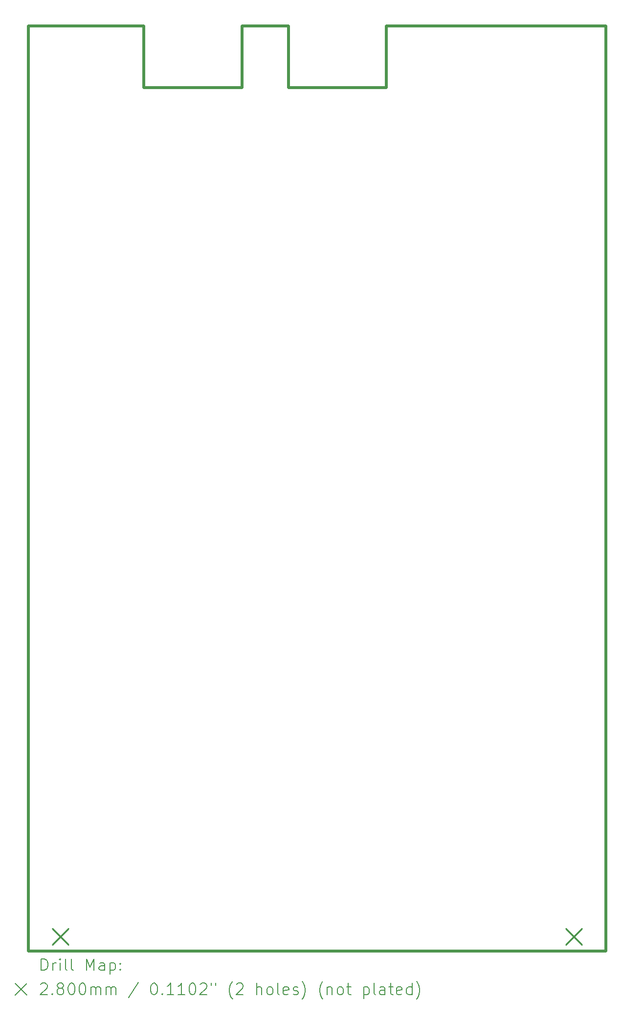
<source format=gbr>
%TF.GenerationSoftware,KiCad,Pcbnew,7.0.2-6a45011f42~172~ubuntu20.04.1*%
%TF.CreationDate,2023-06-12T16:19:41+02:00*%
%TF.ProjectId,Power,506f7765-722e-46b6-9963-61645f706362,rev?*%
%TF.SameCoordinates,Original*%
%TF.FileFunction,Drillmap*%
%TF.FilePolarity,Positive*%
%FSLAX45Y45*%
G04 Gerber Fmt 4.5, Leading zero omitted, Abs format (unit mm)*
G04 Created by KiCad (PCBNEW 7.0.2-6a45011f42~172~ubuntu20.04.1) date 2023-06-12 16:19:41*
%MOMM*%
%LPD*%
G01*
G04 APERTURE LIST*
%ADD10C,0.500000*%
%ADD11C,0.200000*%
%ADD12C,0.280000*%
G04 APERTURE END LIST*
D10*
X4200000Y-2200000D02*
X6200000Y-2200000D01*
X4200000Y-2200000D02*
X4200000Y-18200000D01*
X7900000Y-2200000D02*
X8700000Y-2200000D01*
X4200000Y-18200000D02*
X14200000Y-18200000D01*
X7900000Y-2200000D02*
X7900000Y-3270000D01*
X10400000Y-2200000D02*
X14200000Y-2200000D01*
X6200000Y-3270000D02*
X7900000Y-3270000D01*
X8700000Y-3270000D02*
X10400000Y-3270000D01*
X8700000Y-2200000D02*
X8700000Y-3270000D01*
X6200000Y-2200000D02*
X6200000Y-3270000D01*
X10400000Y-2200000D02*
X10400000Y-3270000D01*
X14200000Y-18200000D02*
X14200000Y-2200000D01*
D11*
D12*
X4615000Y-17818000D02*
X4895000Y-18098000D01*
X4895000Y-17818000D02*
X4615000Y-18098000D01*
X13505000Y-17818000D02*
X13785000Y-18098000D01*
X13785000Y-17818000D02*
X13505000Y-18098000D01*
D11*
X4422619Y-18537524D02*
X4422619Y-18337524D01*
X4422619Y-18337524D02*
X4470238Y-18337524D01*
X4470238Y-18337524D02*
X4498810Y-18347048D01*
X4498810Y-18347048D02*
X4517857Y-18366095D01*
X4517857Y-18366095D02*
X4527381Y-18385143D01*
X4527381Y-18385143D02*
X4536905Y-18423238D01*
X4536905Y-18423238D02*
X4536905Y-18451810D01*
X4536905Y-18451810D02*
X4527381Y-18489905D01*
X4527381Y-18489905D02*
X4517857Y-18508952D01*
X4517857Y-18508952D02*
X4498810Y-18528000D01*
X4498810Y-18528000D02*
X4470238Y-18537524D01*
X4470238Y-18537524D02*
X4422619Y-18537524D01*
X4622619Y-18537524D02*
X4622619Y-18404190D01*
X4622619Y-18442286D02*
X4632143Y-18423238D01*
X4632143Y-18423238D02*
X4641667Y-18413714D01*
X4641667Y-18413714D02*
X4660714Y-18404190D01*
X4660714Y-18404190D02*
X4679762Y-18404190D01*
X4746429Y-18537524D02*
X4746429Y-18404190D01*
X4746429Y-18337524D02*
X4736905Y-18347048D01*
X4736905Y-18347048D02*
X4746429Y-18356571D01*
X4746429Y-18356571D02*
X4755952Y-18347048D01*
X4755952Y-18347048D02*
X4746429Y-18337524D01*
X4746429Y-18337524D02*
X4746429Y-18356571D01*
X4870238Y-18537524D02*
X4851190Y-18528000D01*
X4851190Y-18528000D02*
X4841667Y-18508952D01*
X4841667Y-18508952D02*
X4841667Y-18337524D01*
X4975000Y-18537524D02*
X4955952Y-18528000D01*
X4955952Y-18528000D02*
X4946429Y-18508952D01*
X4946429Y-18508952D02*
X4946429Y-18337524D01*
X5203571Y-18537524D02*
X5203571Y-18337524D01*
X5203571Y-18337524D02*
X5270238Y-18480381D01*
X5270238Y-18480381D02*
X5336905Y-18337524D01*
X5336905Y-18337524D02*
X5336905Y-18537524D01*
X5517857Y-18537524D02*
X5517857Y-18432762D01*
X5517857Y-18432762D02*
X5508333Y-18413714D01*
X5508333Y-18413714D02*
X5489286Y-18404190D01*
X5489286Y-18404190D02*
X5451190Y-18404190D01*
X5451190Y-18404190D02*
X5432143Y-18413714D01*
X5517857Y-18528000D02*
X5498810Y-18537524D01*
X5498810Y-18537524D02*
X5451190Y-18537524D01*
X5451190Y-18537524D02*
X5432143Y-18528000D01*
X5432143Y-18528000D02*
X5422619Y-18508952D01*
X5422619Y-18508952D02*
X5422619Y-18489905D01*
X5422619Y-18489905D02*
X5432143Y-18470857D01*
X5432143Y-18470857D02*
X5451190Y-18461333D01*
X5451190Y-18461333D02*
X5498810Y-18461333D01*
X5498810Y-18461333D02*
X5517857Y-18451810D01*
X5613095Y-18404190D02*
X5613095Y-18604190D01*
X5613095Y-18413714D02*
X5632143Y-18404190D01*
X5632143Y-18404190D02*
X5670238Y-18404190D01*
X5670238Y-18404190D02*
X5689286Y-18413714D01*
X5689286Y-18413714D02*
X5698809Y-18423238D01*
X5698809Y-18423238D02*
X5708333Y-18442286D01*
X5708333Y-18442286D02*
X5708333Y-18499429D01*
X5708333Y-18499429D02*
X5698809Y-18518476D01*
X5698809Y-18518476D02*
X5689286Y-18528000D01*
X5689286Y-18528000D02*
X5670238Y-18537524D01*
X5670238Y-18537524D02*
X5632143Y-18537524D01*
X5632143Y-18537524D02*
X5613095Y-18528000D01*
X5794048Y-18518476D02*
X5803571Y-18528000D01*
X5803571Y-18528000D02*
X5794048Y-18537524D01*
X5794048Y-18537524D02*
X5784524Y-18528000D01*
X5784524Y-18528000D02*
X5794048Y-18518476D01*
X5794048Y-18518476D02*
X5794048Y-18537524D01*
X5794048Y-18413714D02*
X5803571Y-18423238D01*
X5803571Y-18423238D02*
X5794048Y-18432762D01*
X5794048Y-18432762D02*
X5784524Y-18423238D01*
X5784524Y-18423238D02*
X5794048Y-18413714D01*
X5794048Y-18413714D02*
X5794048Y-18432762D01*
X3975000Y-18765000D02*
X4175000Y-18965000D01*
X4175000Y-18765000D02*
X3975000Y-18965000D01*
X4413095Y-18776571D02*
X4422619Y-18767048D01*
X4422619Y-18767048D02*
X4441667Y-18757524D01*
X4441667Y-18757524D02*
X4489286Y-18757524D01*
X4489286Y-18757524D02*
X4508333Y-18767048D01*
X4508333Y-18767048D02*
X4517857Y-18776571D01*
X4517857Y-18776571D02*
X4527381Y-18795619D01*
X4527381Y-18795619D02*
X4527381Y-18814667D01*
X4527381Y-18814667D02*
X4517857Y-18843238D01*
X4517857Y-18843238D02*
X4403571Y-18957524D01*
X4403571Y-18957524D02*
X4527381Y-18957524D01*
X4613095Y-18938476D02*
X4622619Y-18948000D01*
X4622619Y-18948000D02*
X4613095Y-18957524D01*
X4613095Y-18957524D02*
X4603571Y-18948000D01*
X4603571Y-18948000D02*
X4613095Y-18938476D01*
X4613095Y-18938476D02*
X4613095Y-18957524D01*
X4736905Y-18843238D02*
X4717857Y-18833714D01*
X4717857Y-18833714D02*
X4708333Y-18824190D01*
X4708333Y-18824190D02*
X4698810Y-18805143D01*
X4698810Y-18805143D02*
X4698810Y-18795619D01*
X4698810Y-18795619D02*
X4708333Y-18776571D01*
X4708333Y-18776571D02*
X4717857Y-18767048D01*
X4717857Y-18767048D02*
X4736905Y-18757524D01*
X4736905Y-18757524D02*
X4775000Y-18757524D01*
X4775000Y-18757524D02*
X4794048Y-18767048D01*
X4794048Y-18767048D02*
X4803571Y-18776571D01*
X4803571Y-18776571D02*
X4813095Y-18795619D01*
X4813095Y-18795619D02*
X4813095Y-18805143D01*
X4813095Y-18805143D02*
X4803571Y-18824190D01*
X4803571Y-18824190D02*
X4794048Y-18833714D01*
X4794048Y-18833714D02*
X4775000Y-18843238D01*
X4775000Y-18843238D02*
X4736905Y-18843238D01*
X4736905Y-18843238D02*
X4717857Y-18852762D01*
X4717857Y-18852762D02*
X4708333Y-18862286D01*
X4708333Y-18862286D02*
X4698810Y-18881333D01*
X4698810Y-18881333D02*
X4698810Y-18919429D01*
X4698810Y-18919429D02*
X4708333Y-18938476D01*
X4708333Y-18938476D02*
X4717857Y-18948000D01*
X4717857Y-18948000D02*
X4736905Y-18957524D01*
X4736905Y-18957524D02*
X4775000Y-18957524D01*
X4775000Y-18957524D02*
X4794048Y-18948000D01*
X4794048Y-18948000D02*
X4803571Y-18938476D01*
X4803571Y-18938476D02*
X4813095Y-18919429D01*
X4813095Y-18919429D02*
X4813095Y-18881333D01*
X4813095Y-18881333D02*
X4803571Y-18862286D01*
X4803571Y-18862286D02*
X4794048Y-18852762D01*
X4794048Y-18852762D02*
X4775000Y-18843238D01*
X4936905Y-18757524D02*
X4955952Y-18757524D01*
X4955952Y-18757524D02*
X4975000Y-18767048D01*
X4975000Y-18767048D02*
X4984524Y-18776571D01*
X4984524Y-18776571D02*
X4994048Y-18795619D01*
X4994048Y-18795619D02*
X5003571Y-18833714D01*
X5003571Y-18833714D02*
X5003571Y-18881333D01*
X5003571Y-18881333D02*
X4994048Y-18919429D01*
X4994048Y-18919429D02*
X4984524Y-18938476D01*
X4984524Y-18938476D02*
X4975000Y-18948000D01*
X4975000Y-18948000D02*
X4955952Y-18957524D01*
X4955952Y-18957524D02*
X4936905Y-18957524D01*
X4936905Y-18957524D02*
X4917857Y-18948000D01*
X4917857Y-18948000D02*
X4908333Y-18938476D01*
X4908333Y-18938476D02*
X4898810Y-18919429D01*
X4898810Y-18919429D02*
X4889286Y-18881333D01*
X4889286Y-18881333D02*
X4889286Y-18833714D01*
X4889286Y-18833714D02*
X4898810Y-18795619D01*
X4898810Y-18795619D02*
X4908333Y-18776571D01*
X4908333Y-18776571D02*
X4917857Y-18767048D01*
X4917857Y-18767048D02*
X4936905Y-18757524D01*
X5127381Y-18757524D02*
X5146429Y-18757524D01*
X5146429Y-18757524D02*
X5165476Y-18767048D01*
X5165476Y-18767048D02*
X5175000Y-18776571D01*
X5175000Y-18776571D02*
X5184524Y-18795619D01*
X5184524Y-18795619D02*
X5194048Y-18833714D01*
X5194048Y-18833714D02*
X5194048Y-18881333D01*
X5194048Y-18881333D02*
X5184524Y-18919429D01*
X5184524Y-18919429D02*
X5175000Y-18938476D01*
X5175000Y-18938476D02*
X5165476Y-18948000D01*
X5165476Y-18948000D02*
X5146429Y-18957524D01*
X5146429Y-18957524D02*
X5127381Y-18957524D01*
X5127381Y-18957524D02*
X5108333Y-18948000D01*
X5108333Y-18948000D02*
X5098810Y-18938476D01*
X5098810Y-18938476D02*
X5089286Y-18919429D01*
X5089286Y-18919429D02*
X5079762Y-18881333D01*
X5079762Y-18881333D02*
X5079762Y-18833714D01*
X5079762Y-18833714D02*
X5089286Y-18795619D01*
X5089286Y-18795619D02*
X5098810Y-18776571D01*
X5098810Y-18776571D02*
X5108333Y-18767048D01*
X5108333Y-18767048D02*
X5127381Y-18757524D01*
X5279762Y-18957524D02*
X5279762Y-18824190D01*
X5279762Y-18843238D02*
X5289286Y-18833714D01*
X5289286Y-18833714D02*
X5308333Y-18824190D01*
X5308333Y-18824190D02*
X5336905Y-18824190D01*
X5336905Y-18824190D02*
X5355952Y-18833714D01*
X5355952Y-18833714D02*
X5365476Y-18852762D01*
X5365476Y-18852762D02*
X5365476Y-18957524D01*
X5365476Y-18852762D02*
X5375000Y-18833714D01*
X5375000Y-18833714D02*
X5394048Y-18824190D01*
X5394048Y-18824190D02*
X5422619Y-18824190D01*
X5422619Y-18824190D02*
X5441667Y-18833714D01*
X5441667Y-18833714D02*
X5451191Y-18852762D01*
X5451191Y-18852762D02*
X5451191Y-18957524D01*
X5546429Y-18957524D02*
X5546429Y-18824190D01*
X5546429Y-18843238D02*
X5555952Y-18833714D01*
X5555952Y-18833714D02*
X5575000Y-18824190D01*
X5575000Y-18824190D02*
X5603571Y-18824190D01*
X5603571Y-18824190D02*
X5622619Y-18833714D01*
X5622619Y-18833714D02*
X5632143Y-18852762D01*
X5632143Y-18852762D02*
X5632143Y-18957524D01*
X5632143Y-18852762D02*
X5641667Y-18833714D01*
X5641667Y-18833714D02*
X5660714Y-18824190D01*
X5660714Y-18824190D02*
X5689286Y-18824190D01*
X5689286Y-18824190D02*
X5708333Y-18833714D01*
X5708333Y-18833714D02*
X5717857Y-18852762D01*
X5717857Y-18852762D02*
X5717857Y-18957524D01*
X6108333Y-18748000D02*
X5936905Y-19005143D01*
X6365476Y-18757524D02*
X6384524Y-18757524D01*
X6384524Y-18757524D02*
X6403572Y-18767048D01*
X6403572Y-18767048D02*
X6413095Y-18776571D01*
X6413095Y-18776571D02*
X6422619Y-18795619D01*
X6422619Y-18795619D02*
X6432143Y-18833714D01*
X6432143Y-18833714D02*
X6432143Y-18881333D01*
X6432143Y-18881333D02*
X6422619Y-18919429D01*
X6422619Y-18919429D02*
X6413095Y-18938476D01*
X6413095Y-18938476D02*
X6403572Y-18948000D01*
X6403572Y-18948000D02*
X6384524Y-18957524D01*
X6384524Y-18957524D02*
X6365476Y-18957524D01*
X6365476Y-18957524D02*
X6346429Y-18948000D01*
X6346429Y-18948000D02*
X6336905Y-18938476D01*
X6336905Y-18938476D02*
X6327381Y-18919429D01*
X6327381Y-18919429D02*
X6317857Y-18881333D01*
X6317857Y-18881333D02*
X6317857Y-18833714D01*
X6317857Y-18833714D02*
X6327381Y-18795619D01*
X6327381Y-18795619D02*
X6336905Y-18776571D01*
X6336905Y-18776571D02*
X6346429Y-18767048D01*
X6346429Y-18767048D02*
X6365476Y-18757524D01*
X6517857Y-18938476D02*
X6527381Y-18948000D01*
X6527381Y-18948000D02*
X6517857Y-18957524D01*
X6517857Y-18957524D02*
X6508333Y-18948000D01*
X6508333Y-18948000D02*
X6517857Y-18938476D01*
X6517857Y-18938476D02*
X6517857Y-18957524D01*
X6717857Y-18957524D02*
X6603572Y-18957524D01*
X6660714Y-18957524D02*
X6660714Y-18757524D01*
X6660714Y-18757524D02*
X6641667Y-18786095D01*
X6641667Y-18786095D02*
X6622619Y-18805143D01*
X6622619Y-18805143D02*
X6603572Y-18814667D01*
X6908333Y-18957524D02*
X6794048Y-18957524D01*
X6851191Y-18957524D02*
X6851191Y-18757524D01*
X6851191Y-18757524D02*
X6832143Y-18786095D01*
X6832143Y-18786095D02*
X6813095Y-18805143D01*
X6813095Y-18805143D02*
X6794048Y-18814667D01*
X7032143Y-18757524D02*
X7051191Y-18757524D01*
X7051191Y-18757524D02*
X7070238Y-18767048D01*
X7070238Y-18767048D02*
X7079762Y-18776571D01*
X7079762Y-18776571D02*
X7089286Y-18795619D01*
X7089286Y-18795619D02*
X7098810Y-18833714D01*
X7098810Y-18833714D02*
X7098810Y-18881333D01*
X7098810Y-18881333D02*
X7089286Y-18919429D01*
X7089286Y-18919429D02*
X7079762Y-18938476D01*
X7079762Y-18938476D02*
X7070238Y-18948000D01*
X7070238Y-18948000D02*
X7051191Y-18957524D01*
X7051191Y-18957524D02*
X7032143Y-18957524D01*
X7032143Y-18957524D02*
X7013095Y-18948000D01*
X7013095Y-18948000D02*
X7003572Y-18938476D01*
X7003572Y-18938476D02*
X6994048Y-18919429D01*
X6994048Y-18919429D02*
X6984524Y-18881333D01*
X6984524Y-18881333D02*
X6984524Y-18833714D01*
X6984524Y-18833714D02*
X6994048Y-18795619D01*
X6994048Y-18795619D02*
X7003572Y-18776571D01*
X7003572Y-18776571D02*
X7013095Y-18767048D01*
X7013095Y-18767048D02*
X7032143Y-18757524D01*
X7175000Y-18776571D02*
X7184524Y-18767048D01*
X7184524Y-18767048D02*
X7203572Y-18757524D01*
X7203572Y-18757524D02*
X7251191Y-18757524D01*
X7251191Y-18757524D02*
X7270238Y-18767048D01*
X7270238Y-18767048D02*
X7279762Y-18776571D01*
X7279762Y-18776571D02*
X7289286Y-18795619D01*
X7289286Y-18795619D02*
X7289286Y-18814667D01*
X7289286Y-18814667D02*
X7279762Y-18843238D01*
X7279762Y-18843238D02*
X7165476Y-18957524D01*
X7165476Y-18957524D02*
X7289286Y-18957524D01*
X7365476Y-18757524D02*
X7365476Y-18795619D01*
X7441667Y-18757524D02*
X7441667Y-18795619D01*
X7736905Y-19033714D02*
X7727381Y-19024190D01*
X7727381Y-19024190D02*
X7708334Y-18995619D01*
X7708334Y-18995619D02*
X7698810Y-18976571D01*
X7698810Y-18976571D02*
X7689286Y-18948000D01*
X7689286Y-18948000D02*
X7679762Y-18900381D01*
X7679762Y-18900381D02*
X7679762Y-18862286D01*
X7679762Y-18862286D02*
X7689286Y-18814667D01*
X7689286Y-18814667D02*
X7698810Y-18786095D01*
X7698810Y-18786095D02*
X7708334Y-18767048D01*
X7708334Y-18767048D02*
X7727381Y-18738476D01*
X7727381Y-18738476D02*
X7736905Y-18728952D01*
X7803572Y-18776571D02*
X7813095Y-18767048D01*
X7813095Y-18767048D02*
X7832143Y-18757524D01*
X7832143Y-18757524D02*
X7879762Y-18757524D01*
X7879762Y-18757524D02*
X7898810Y-18767048D01*
X7898810Y-18767048D02*
X7908334Y-18776571D01*
X7908334Y-18776571D02*
X7917857Y-18795619D01*
X7917857Y-18795619D02*
X7917857Y-18814667D01*
X7917857Y-18814667D02*
X7908334Y-18843238D01*
X7908334Y-18843238D02*
X7794048Y-18957524D01*
X7794048Y-18957524D02*
X7917857Y-18957524D01*
X8155953Y-18957524D02*
X8155953Y-18757524D01*
X8241667Y-18957524D02*
X8241667Y-18852762D01*
X8241667Y-18852762D02*
X8232143Y-18833714D01*
X8232143Y-18833714D02*
X8213096Y-18824190D01*
X8213096Y-18824190D02*
X8184524Y-18824190D01*
X8184524Y-18824190D02*
X8165476Y-18833714D01*
X8165476Y-18833714D02*
X8155953Y-18843238D01*
X8365476Y-18957524D02*
X8346429Y-18948000D01*
X8346429Y-18948000D02*
X8336905Y-18938476D01*
X8336905Y-18938476D02*
X8327381Y-18919429D01*
X8327381Y-18919429D02*
X8327381Y-18862286D01*
X8327381Y-18862286D02*
X8336905Y-18843238D01*
X8336905Y-18843238D02*
X8346429Y-18833714D01*
X8346429Y-18833714D02*
X8365476Y-18824190D01*
X8365476Y-18824190D02*
X8394048Y-18824190D01*
X8394048Y-18824190D02*
X8413096Y-18833714D01*
X8413096Y-18833714D02*
X8422619Y-18843238D01*
X8422619Y-18843238D02*
X8432143Y-18862286D01*
X8432143Y-18862286D02*
X8432143Y-18919429D01*
X8432143Y-18919429D02*
X8422619Y-18938476D01*
X8422619Y-18938476D02*
X8413096Y-18948000D01*
X8413096Y-18948000D02*
X8394048Y-18957524D01*
X8394048Y-18957524D02*
X8365476Y-18957524D01*
X8546429Y-18957524D02*
X8527381Y-18948000D01*
X8527381Y-18948000D02*
X8517858Y-18928952D01*
X8517858Y-18928952D02*
X8517858Y-18757524D01*
X8698810Y-18948000D02*
X8679762Y-18957524D01*
X8679762Y-18957524D02*
X8641667Y-18957524D01*
X8641667Y-18957524D02*
X8622619Y-18948000D01*
X8622619Y-18948000D02*
X8613096Y-18928952D01*
X8613096Y-18928952D02*
X8613096Y-18852762D01*
X8613096Y-18852762D02*
X8622619Y-18833714D01*
X8622619Y-18833714D02*
X8641667Y-18824190D01*
X8641667Y-18824190D02*
X8679762Y-18824190D01*
X8679762Y-18824190D02*
X8698810Y-18833714D01*
X8698810Y-18833714D02*
X8708334Y-18852762D01*
X8708334Y-18852762D02*
X8708334Y-18871810D01*
X8708334Y-18871810D02*
X8613096Y-18890857D01*
X8784524Y-18948000D02*
X8803572Y-18957524D01*
X8803572Y-18957524D02*
X8841667Y-18957524D01*
X8841667Y-18957524D02*
X8860715Y-18948000D01*
X8860715Y-18948000D02*
X8870239Y-18928952D01*
X8870239Y-18928952D02*
X8870239Y-18919429D01*
X8870239Y-18919429D02*
X8860715Y-18900381D01*
X8860715Y-18900381D02*
X8841667Y-18890857D01*
X8841667Y-18890857D02*
X8813096Y-18890857D01*
X8813096Y-18890857D02*
X8794048Y-18881333D01*
X8794048Y-18881333D02*
X8784524Y-18862286D01*
X8784524Y-18862286D02*
X8784524Y-18852762D01*
X8784524Y-18852762D02*
X8794048Y-18833714D01*
X8794048Y-18833714D02*
X8813096Y-18824190D01*
X8813096Y-18824190D02*
X8841667Y-18824190D01*
X8841667Y-18824190D02*
X8860715Y-18833714D01*
X8936905Y-19033714D02*
X8946429Y-19024190D01*
X8946429Y-19024190D02*
X8965477Y-18995619D01*
X8965477Y-18995619D02*
X8975000Y-18976571D01*
X8975000Y-18976571D02*
X8984524Y-18948000D01*
X8984524Y-18948000D02*
X8994048Y-18900381D01*
X8994048Y-18900381D02*
X8994048Y-18862286D01*
X8994048Y-18862286D02*
X8984524Y-18814667D01*
X8984524Y-18814667D02*
X8975000Y-18786095D01*
X8975000Y-18786095D02*
X8965477Y-18767048D01*
X8965477Y-18767048D02*
X8946429Y-18738476D01*
X8946429Y-18738476D02*
X8936905Y-18728952D01*
X9298810Y-19033714D02*
X9289286Y-19024190D01*
X9289286Y-19024190D02*
X9270239Y-18995619D01*
X9270239Y-18995619D02*
X9260715Y-18976571D01*
X9260715Y-18976571D02*
X9251191Y-18948000D01*
X9251191Y-18948000D02*
X9241667Y-18900381D01*
X9241667Y-18900381D02*
X9241667Y-18862286D01*
X9241667Y-18862286D02*
X9251191Y-18814667D01*
X9251191Y-18814667D02*
X9260715Y-18786095D01*
X9260715Y-18786095D02*
X9270239Y-18767048D01*
X9270239Y-18767048D02*
X9289286Y-18738476D01*
X9289286Y-18738476D02*
X9298810Y-18728952D01*
X9375000Y-18824190D02*
X9375000Y-18957524D01*
X9375000Y-18843238D02*
X9384524Y-18833714D01*
X9384524Y-18833714D02*
X9403572Y-18824190D01*
X9403572Y-18824190D02*
X9432143Y-18824190D01*
X9432143Y-18824190D02*
X9451191Y-18833714D01*
X9451191Y-18833714D02*
X9460715Y-18852762D01*
X9460715Y-18852762D02*
X9460715Y-18957524D01*
X9584524Y-18957524D02*
X9565477Y-18948000D01*
X9565477Y-18948000D02*
X9555953Y-18938476D01*
X9555953Y-18938476D02*
X9546429Y-18919429D01*
X9546429Y-18919429D02*
X9546429Y-18862286D01*
X9546429Y-18862286D02*
X9555953Y-18843238D01*
X9555953Y-18843238D02*
X9565477Y-18833714D01*
X9565477Y-18833714D02*
X9584524Y-18824190D01*
X9584524Y-18824190D02*
X9613096Y-18824190D01*
X9613096Y-18824190D02*
X9632143Y-18833714D01*
X9632143Y-18833714D02*
X9641667Y-18843238D01*
X9641667Y-18843238D02*
X9651191Y-18862286D01*
X9651191Y-18862286D02*
X9651191Y-18919429D01*
X9651191Y-18919429D02*
X9641667Y-18938476D01*
X9641667Y-18938476D02*
X9632143Y-18948000D01*
X9632143Y-18948000D02*
X9613096Y-18957524D01*
X9613096Y-18957524D02*
X9584524Y-18957524D01*
X9708334Y-18824190D02*
X9784524Y-18824190D01*
X9736905Y-18757524D02*
X9736905Y-18928952D01*
X9736905Y-18928952D02*
X9746429Y-18948000D01*
X9746429Y-18948000D02*
X9765477Y-18957524D01*
X9765477Y-18957524D02*
X9784524Y-18957524D01*
X10003572Y-18824190D02*
X10003572Y-19024190D01*
X10003572Y-18833714D02*
X10022620Y-18824190D01*
X10022620Y-18824190D02*
X10060715Y-18824190D01*
X10060715Y-18824190D02*
X10079762Y-18833714D01*
X10079762Y-18833714D02*
X10089286Y-18843238D01*
X10089286Y-18843238D02*
X10098810Y-18862286D01*
X10098810Y-18862286D02*
X10098810Y-18919429D01*
X10098810Y-18919429D02*
X10089286Y-18938476D01*
X10089286Y-18938476D02*
X10079762Y-18948000D01*
X10079762Y-18948000D02*
X10060715Y-18957524D01*
X10060715Y-18957524D02*
X10022620Y-18957524D01*
X10022620Y-18957524D02*
X10003572Y-18948000D01*
X10213096Y-18957524D02*
X10194048Y-18948000D01*
X10194048Y-18948000D02*
X10184524Y-18928952D01*
X10184524Y-18928952D02*
X10184524Y-18757524D01*
X10375001Y-18957524D02*
X10375001Y-18852762D01*
X10375001Y-18852762D02*
X10365477Y-18833714D01*
X10365477Y-18833714D02*
X10346429Y-18824190D01*
X10346429Y-18824190D02*
X10308334Y-18824190D01*
X10308334Y-18824190D02*
X10289286Y-18833714D01*
X10375001Y-18948000D02*
X10355953Y-18957524D01*
X10355953Y-18957524D02*
X10308334Y-18957524D01*
X10308334Y-18957524D02*
X10289286Y-18948000D01*
X10289286Y-18948000D02*
X10279762Y-18928952D01*
X10279762Y-18928952D02*
X10279762Y-18909905D01*
X10279762Y-18909905D02*
X10289286Y-18890857D01*
X10289286Y-18890857D02*
X10308334Y-18881333D01*
X10308334Y-18881333D02*
X10355953Y-18881333D01*
X10355953Y-18881333D02*
X10375001Y-18871810D01*
X10441667Y-18824190D02*
X10517858Y-18824190D01*
X10470239Y-18757524D02*
X10470239Y-18928952D01*
X10470239Y-18928952D02*
X10479762Y-18948000D01*
X10479762Y-18948000D02*
X10498810Y-18957524D01*
X10498810Y-18957524D02*
X10517858Y-18957524D01*
X10660715Y-18948000D02*
X10641667Y-18957524D01*
X10641667Y-18957524D02*
X10603572Y-18957524D01*
X10603572Y-18957524D02*
X10584524Y-18948000D01*
X10584524Y-18948000D02*
X10575001Y-18928952D01*
X10575001Y-18928952D02*
X10575001Y-18852762D01*
X10575001Y-18852762D02*
X10584524Y-18833714D01*
X10584524Y-18833714D02*
X10603572Y-18824190D01*
X10603572Y-18824190D02*
X10641667Y-18824190D01*
X10641667Y-18824190D02*
X10660715Y-18833714D01*
X10660715Y-18833714D02*
X10670239Y-18852762D01*
X10670239Y-18852762D02*
X10670239Y-18871810D01*
X10670239Y-18871810D02*
X10575001Y-18890857D01*
X10841667Y-18957524D02*
X10841667Y-18757524D01*
X10841667Y-18948000D02*
X10822620Y-18957524D01*
X10822620Y-18957524D02*
X10784524Y-18957524D01*
X10784524Y-18957524D02*
X10765477Y-18948000D01*
X10765477Y-18948000D02*
X10755953Y-18938476D01*
X10755953Y-18938476D02*
X10746429Y-18919429D01*
X10746429Y-18919429D02*
X10746429Y-18862286D01*
X10746429Y-18862286D02*
X10755953Y-18843238D01*
X10755953Y-18843238D02*
X10765477Y-18833714D01*
X10765477Y-18833714D02*
X10784524Y-18824190D01*
X10784524Y-18824190D02*
X10822620Y-18824190D01*
X10822620Y-18824190D02*
X10841667Y-18833714D01*
X10917858Y-19033714D02*
X10927382Y-19024190D01*
X10927382Y-19024190D02*
X10946429Y-18995619D01*
X10946429Y-18995619D02*
X10955953Y-18976571D01*
X10955953Y-18976571D02*
X10965477Y-18948000D01*
X10965477Y-18948000D02*
X10975001Y-18900381D01*
X10975001Y-18900381D02*
X10975001Y-18862286D01*
X10975001Y-18862286D02*
X10965477Y-18814667D01*
X10965477Y-18814667D02*
X10955953Y-18786095D01*
X10955953Y-18786095D02*
X10946429Y-18767048D01*
X10946429Y-18767048D02*
X10927382Y-18738476D01*
X10927382Y-18738476D02*
X10917858Y-18728952D01*
M02*

</source>
